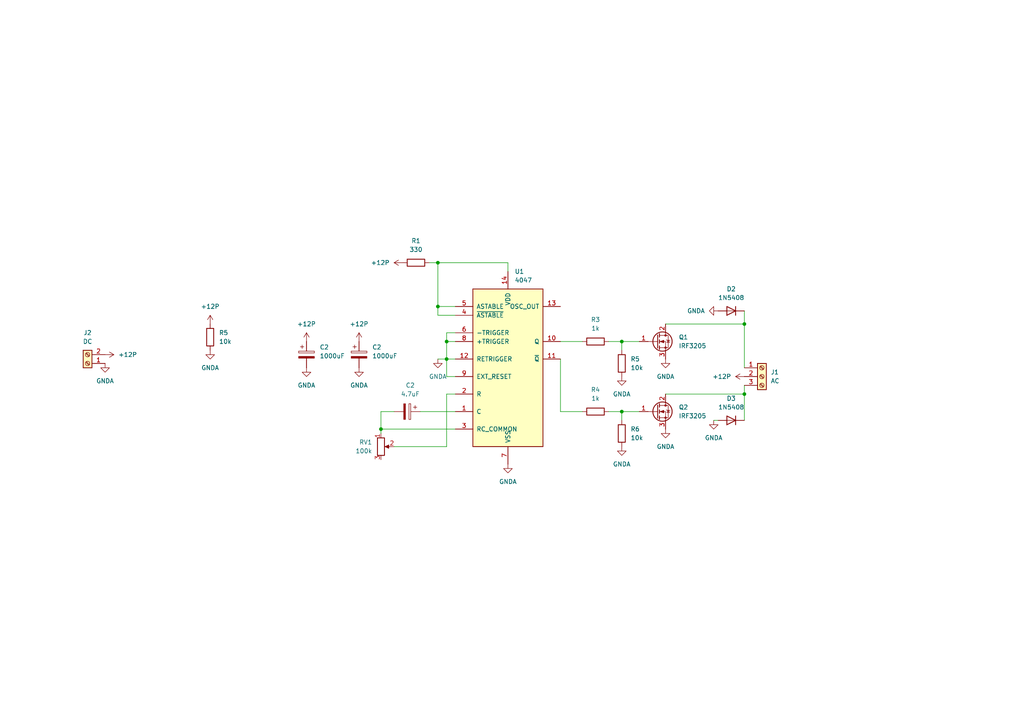
<source format=kicad_sch>
(kicad_sch (version 20230121) (generator eeschema)
  (paper "A4")
  (lib_symbols
    (symbol "4xxx:4047" (pin_names (offset 1.016))
      (property "Reference" "U" (at -7.62 24.13 0))
      (property "Value" "4047" (at -7.62 -24.13 0))
      (symbol "4047_1_0"
        (pin input line (at -15.24 -12.7 0) (length 5.08) (name "C") (number "1"))
        (pin output line (at 15.24 7.62 180) (length 5.08) (name "Q") (number "10"))
        (pin output line (at 15.24 2.54 180) (length 5.08) (name "~{Q}") (number "11"))
        (pin input line (at -15.24 2.54 0) (length 5.08) (name "RETRIGGER") (number "12"))
        (pin output line (at 15.24 17.78 180) (length 5.08) (name "OSC_OUT") (number "13"))
        (pin power_in line (at 0 27.94 270) (length 5.08) (name "VDD") (number "14"))
        (pin input line (at -15.24 -7.62 0) (length 5.08) (name "R") (number "2"))
        (pin input line (at -15.24 -17.78 0) (length 5.08) (name "RC_COMMON") (number "3"))
        (pin input line (at -15.24 15.24 0) (length 5.08) (name "~{ASTABLE}") (number "4"))
        (pin input line (at -15.24 17.78 0) (length 5.08) (name "ASTABLE") (number "5"))
        (pin input line (at -15.24 10.16 0) (length 5.08) (name "-TRIGGER") (number "6"))
        (pin power_in line (at 0 -27.94 90) (length 5.08) (name "VSS") (number "7"))
        (pin input line (at -15.24 7.62 0) (length 5.08) (name "+TRIGGER") (number "8"))
        (pin input line (at -15.24 -2.54 0) (length 5.08) (name "EXT_RESET") (number "9"))
      )
      (symbol "4047_1_1"
        (rectangle (start -10.16 22.86) (end 10.16 -22.86) (stroke (width 0.254)) (fill (type background)))
      )
    )
    (symbol "Connector:Screw_Terminal_01x02" (pin_names (offset 1.016) hide)
      (property "Reference" "J" (at 0 2.54 0))
      (property "Value" "Screw_Terminal_01x02" (at 0 -5.08 0))
      (symbol "Screw_Terminal_01x02_1_1"
        (rectangle (start -1.27 1.27) (end 1.27 -3.81) (stroke (width 0.254)) (fill (type background)))
        (circle (center 0 -2.54) (radius 0.635) (stroke (width 0.1524)))
        (polyline (pts (xy -0.5334 -2.2098) (xy 0.3302 -3.048)) (stroke (width 0.1524)))
        (polyline (pts (xy -0.5334 0.3302) (xy 0.3302 -0.508)) (stroke (width 0.1524)))
        (polyline (pts (xy -0.3556 -2.032) (xy 0.508 -2.8702)) (stroke (width 0.1524)))
        (polyline (pts (xy -0.3556 0.508) (xy 0.508 -0.3302)) (stroke (width 0.1524)))
        (circle (center 0 0) (radius 0.635) (stroke (width 0.1524)))
        (pin passive line (at -5.08 0 0) (length 3.81) (name "Pin_1") (number "1"))
        (pin passive line (at -5.08 -2.54 0) (length 3.81) (name "Pin_2") (number "2"))
      )
    )
    (symbol "Connector:Screw_Terminal_01x03" (pin_names (offset 1.016) hide)
      (property "Reference" "J" (at 0 5.08 0))
      (property "Value" "Screw_Terminal_01x03" (at 0 -5.08 0))
      (symbol "Screw_Terminal_01x03_1_1"
        (rectangle (start -1.27 3.81) (end 1.27 -3.81) (stroke (width 0.254)) (fill (type background)))
        (circle (center 0 -2.54) (radius 0.635) (stroke (width 0.1524)))
        (polyline (pts (xy -0.5334 -2.2098) (xy 0.3302 -3.048)) (stroke (width 0.1524)))
        (polyline (pts (xy -0.5334 0.3302) (xy 0.3302 -0.508)) (stroke (width 0.1524)))
        (polyline (pts (xy -0.5334 2.8702) (xy 0.3302 2.032)) (stroke (width 0.1524)))
        (polyline (pts (xy -0.3556 -2.032) (xy 0.508 -2.8702)) (stroke (width 0.1524)))
        (polyline (pts (xy -0.3556 0.508) (xy 0.508 -0.3302)) (stroke (width 0.1524)))
        (polyline (pts (xy -0.3556 3.048) (xy 0.508 2.2098)) (stroke (width 0.1524)))
        (circle (center 0 0) (radius 0.635) (stroke (width 0.1524)))
        (circle (center 0 2.54) (radius 0.635) (stroke (width 0.1524)))
        (pin passive line (at -5.08 2.54 0) (length 3.81) (name "Pin_1") (number "1"))
        (pin passive line (at -5.08 0 0) (length 3.81) (name "Pin_2") (number "2"))
        (pin passive line (at -5.08 -2.54 0) (length 3.81) (name "Pin_3") (number "3"))
      )
    )
    (symbol "Device:C_Polarized" (pin_numbers hide) (pin_names (offset 0.254))
      (property "Reference" "C" (at 0.635 2.54 0))
      (property "Value" "C_Polarized" (at 0.635 -2.54 0))
      (symbol "C_Polarized_0_1"
        (rectangle (start -2.286 0.508) (end 2.286 1.016))
        (polyline (pts (xy -1.778 2.286) (xy -0.762 2.286)))
        (polyline (pts (xy -1.27 2.794) (xy -1.27 1.778)))
        (rectangle (start 2.286 -0.508) (end -2.286 -1.016) (fill (type outline)))
      )
      (symbol "C_Polarized_1_1"
        (pin passive line (at 0 3.81 270) (length 2.794) (name "~") (number "1"))
        (pin passive line (at 0 -3.81 90) (length 2.794) (name "~") (number "2"))
      )
    )
    (symbol "Device:R" (pin_numbers hide) (pin_names (offset 0))
      (property "Reference" "R" (at 2.032 0 90))
      (property "Value" "R" (at 0 0 90))
      (symbol "R_0_1"
        (rectangle (start -1.016 -2.54) (end 1.016 2.54) (stroke (width 0.254)))
      )
      (symbol "R_1_1"
        (pin passive line (at 0 3.81 270) (length 1.27) (name "~") (number "1"))
        (pin passive line (at 0 -3.81 90) (length 1.27) (name "~") (number "2"))
      )
    )
    (symbol "Device:R_Potentiometer" (pin_names (offset 1.016) hide)
      (property "Reference" "RV" (at -4.445 0 90))
      (property "Value" "R_Potentiometer" (at -2.54 0 90))
      (symbol "R_Potentiometer_0_1"
        (polyline (pts (xy 2.54 0) (xy 1.524 0)))
        (polyline (pts (xy 1.143 0) (xy 2.286 0.508) (xy 2.286 -0.508) (xy 1.143 0)) (fill (type outline)))
        (rectangle (start 1.016 2.54) (end -1.016 -2.54) (stroke (width 0.254)))
      )
      (symbol "R_Potentiometer_1_1"
        (pin passive line (at 0 3.81 270) (length 1.27) (name "1") (number "1"))
        (pin passive line (at 3.81 0 180) (length 1.27) (name "2") (number "2"))
        (pin passive line (at 0 -3.81 90) (length 1.27) (name "3") (number "3"))
      )
    )
    (symbol "Diode:1N5408" (pin_numbers hide) (pin_names hide)
      (property "Reference" "D" (at 0 2.54 0))
      (property "Value" "1N5408" (at 0 -2.54 0))
      (symbol "1N5408_0_1"
        (polyline (pts (xy -1.27 1.27) (xy -1.27 -1.27)) (stroke (width 0.254)))
        (polyline (pts (xy 1.27 0) (xy -1.27 0)))
        (polyline (pts (xy 1.27 1.27) (xy 1.27 -1.27) (xy -1.27 0) (xy 1.27 1.27)) (stroke (width 0.254)))
      )
      (symbol "1N5408_1_1"
        (pin passive line (at -3.81 0 0) (length 2.54) (name "K") (number "1"))
        (pin passive line (at 3.81 0 180) (length 2.54) (name "A") (number "2"))
      )
    )
    (symbol "Transistor_FET:IRF3205" (pin_names hide)
      (property "Reference" "Q" (at 6.35 1.905 0))
      (property "Value" "IRF3205" (at 6.35 0 0))
      (symbol "IRF3205_0_1"
        (polyline (pts (xy 0.254 0) (xy -2.54 0)))
        (polyline (pts (xy 0.254 1.905) (xy 0.254 -1.905)) (stroke (width 0.254)))
        (polyline (pts (xy 0.762 -1.27) (xy 0.762 -2.286)) (stroke (width 0.254)))
        (polyline (pts (xy 0.762 0.508) (xy 0.762 -0.508)) (stroke (width 0.254)))
        (polyline (pts (xy 0.762 2.286) (xy 0.762 1.27)) (stroke (width 0.254)))
        (polyline (pts (xy 2.54 2.54) (xy 2.54 1.778)))
        (polyline (pts (xy 2.54 -2.54) (xy 2.54 0) (xy 0.762 0)))
        (polyline (pts (xy 0.762 -1.778) (xy 3.302 -1.778) (xy 3.302 1.778) (xy 0.762 1.778)))
        (polyline (pts (xy 1.016 0) (xy 2.032 0.381) (xy 2.032 -0.381) (xy 1.016 0)) (fill (type outline)))
        (polyline (pts (xy 2.794 0.508) (xy 2.921 0.381) (xy 3.683 0.381) (xy 3.81 0.254)))
        (polyline (pts (xy 3.302 0.381) (xy 2.921 -0.254) (xy 3.683 -0.254) (xy 3.302 0.381)))
        (circle (center 1.651 0) (radius 2.794) (stroke (width 0.254)))
        (circle (center 2.54 -1.778) (radius 0.254) (fill (type outline)))
        (circle (center 2.54 1.778) (radius 0.254) (fill (type outline)))
      )
      (symbol "IRF3205_1_1"
        (pin input line (at -5.08 0 0) (length 2.54) (name "G") (number "1"))
        (pin passive line (at 2.54 5.08 270) (length 2.54) (name "D") (number "2"))
        (pin passive line (at 2.54 -5.08 90) (length 2.54) (name "S") (number "3"))
      )
    )
    (symbol "power:+12P" (power) (pin_names (offset 0))
      (property "Value" "+12P" (at 0 3.556 0))
      (symbol "+12P_0_1"
        (polyline (pts (xy -0.762 1.27) (xy 0 2.54)))
        (polyline (pts (xy 0 0) (xy 0 2.54)))
        (polyline (pts (xy 0 2.54) (xy 0.762 1.27)))
      )
      (symbol "+12P_1_1"
        (pin power_in line (at 0 0 90) (length 0) hide (name "+12P") (number "1"))
      )
    )
    (symbol "power:GNDA" (power) (pin_names (offset 0))
      (property "Value" "GNDA" (at 0 -3.81 0))
      (symbol "GNDA_0_1"
        (polyline (pts (xy 0 0) (xy 0 -1.27) (xy 1.27 -1.27) (xy 0 -2.54) (xy -1.27 -1.27) (xy 0 -1.27)))
      )
      (symbol "GNDA_1_1"
        (pin power_in line (at 0 0 270) (length 0) hide (name "GNDA") (number "1"))
      )
    )
  )
  (junction (at 127 76.2))
  (junction (at 180.34 99.06))
  (junction (at 180.34 119.38))
  (junction (at 215.9 114.3))
  (junction (at 129.54 99.06))
  (junction (at 129.54 104.14))
  (junction (at 215.9 93.98))
  (junction (at 127 88.9))
  (junction (at 110.49 124.46))
  (wire (pts (xy 215.9 93.98) (xy 193.04 93.98)))
  (wire (pts (xy 132.08 99.06) (xy 129.54 99.06)))
  (wire (pts (xy 176.53 119.38) (xy 180.34 119.38)))
  (wire (pts (xy 180.34 99.06) (xy 180.34 101.6)))
  (wire (pts (xy 127 76.2) (xy 127 88.9)))
  (wire (pts (xy 132.08 109.22) (xy 129.54 109.22)))
  (wire (pts (xy 129.54 96.52) (xy 129.54 99.06)))
  (wire (pts (xy 180.34 119.38) (xy 180.34 121.92)))
  (wire (pts (xy 208.28 121.92) (xy 207.01 121.92)))
  (wire (pts (xy 114.3 129.54) (xy 129.54 129.54)))
  (wire (pts (xy 162.56 104.14) (xy 162.56 119.38)))
  (wire (pts (xy 129.54 99.06) (xy 129.54 104.14)))
  (wire (pts (xy 110.49 124.46) (xy 132.08 124.46)))
  (wire (pts (xy 121.92 119.38) (xy 132.08 119.38)))
  (wire (pts (xy 129.54 129.54) (xy 129.54 114.3)))
  (wire (pts (xy 215.9 114.3) (xy 193.04 114.3)))
  (wire (pts (xy 147.32 76.2) (xy 127 76.2)))
  (wire (pts (xy 110.49 124.46) (xy 110.49 119.38)))
  (wire (pts (xy 110.49 125.73) (xy 110.49 124.46)))
  (wire (pts (xy 129.54 104.14) (xy 132.08 104.14)))
  (wire (pts (xy 162.56 119.38) (xy 168.91 119.38)))
  (wire (pts (xy 215.9 90.17) (xy 215.9 93.98)))
  (wire (pts (xy 176.53 99.06) (xy 180.34 99.06)))
  (wire (pts (xy 215.9 121.92) (xy 215.9 114.3)))
  (wire (pts (xy 132.08 96.52) (xy 129.54 96.52)))
  (wire (pts (xy 124.46 76.2) (xy 127 76.2)))
  (wire (pts (xy 215.9 111.76) (xy 215.9 114.3)))
  (wire (pts (xy 127 104.14) (xy 129.54 104.14)))
  (wire (pts (xy 127 88.9) (xy 132.08 88.9)))
  (wire (pts (xy 127 91.44) (xy 132.08 91.44)))
  (wire (pts (xy 129.54 109.22) (xy 129.54 104.14)))
  (wire (pts (xy 129.54 114.3) (xy 132.08 114.3)))
  (wire (pts (xy 127 88.9) (xy 127 91.44)))
  (wire (pts (xy 110.49 119.38) (xy 114.3 119.38)))
  (wire (pts (xy 180.34 119.38) (xy 185.42 119.38)))
  (wire (pts (xy 162.56 99.06) (xy 168.91 99.06)))
  (wire (pts (xy 147.32 78.74) (xy 147.32 76.2)))
  (wire (pts (xy 215.9 106.68) (xy 215.9 93.98)))
  (wire (pts (xy 180.34 99.06) (xy 185.42 99.06)))
  (symbol (lib_id "Device:R") (at 180.34 105.41 180) (unit 1)
    (property "Reference" "R5" (at 182.88 104.14 0) (effects (justify right)))
    (property "Value" "10k" (at 182.88 106.68 0) (effects (justify right)))
    (property "Footprint" "Resistor_THT:R_Axial_DIN0207_L6.3mm_D2.5mm_P7.62mm_Horizontal" (effects hide))
    (instances (project "inversor" (path "" (reference "R5") (unit 1)) (path "" (reference "R27") (unit 1))))
  )
  (symbol (lib_id "Device:C_Polarized") (at 104.14 102.87 0) (unit 1)
    (property "Reference" "C2" (at 107.95 100.711 0) (effects (justify left)))
    (property "Value" "1000uF" (at 107.95 103.251 0) (effects (justify left)))
    (property "Footprint" "Capacitor_THT:CP_Radial_D10.0mm_P5.00mm" (effects hide))
    (instances (project "inversor" (path "" (reference "C2") (unit 1)) (path "" (reference "C12") (unit 1))))
  )
  (symbol (lib_id "power:GNDA") (at 193.04 124.46 0) (unit 1)
    (property "Reference" "#PWR048" (effects hide))
    (property "Value" "GNDA" (at 193.04 129.54 0))
  )
  (symbol (lib_id "Connector:Screw_Terminal_01x02") (at 25.4 105.41 180) (unit 1)
    (property "Reference" "J2" (at 25.4 96.52 0))
    (property "Value" "DC" (at 25.4 99.06 0))
    (property "Footprint" "TerminalBlock:TerminalBlock_bornier-2_P5.08mm" (effects hide))
    (instances (project "inversor" (path "" (reference "J2") (unit 1)) (path "" (reference "J7") (unit 1))))
  )
  (symbol (lib_id "Transistor_FET:IRF3205") (at 190.5 99.06 0) (unit 1)
    (property "Reference" "Q1" (at 196.85 97.79 0) (effects (justify left)))
    (property "Value" "IRF3205" (at 196.85 100.33 0) (effects (justify left)))
    (property "Footprint" "Package_TO_SOT_THT:TO-220-3_Vertical" (effects hide))
    (property "Datasheet" "http://www.irf.com/product-info/datasheets/data/irf3205.pdf" (effects hide))
    (instances (project "inversor" (path "" (reference "Q1") (unit 1)) (path "" (reference "Q4") (unit 1))))
  )
  (symbol (lib_id "Device:C_Polarized") (at 118.11 119.38 270) (unit 1)
    (property "Reference" "C2" (at 118.999 111.76 90))
    (property "Value" "4.7uF" (at 118.999 114.3 90))
    (property "Footprint" "Capacitor_THT:CP_Radial_D5.0mm_P2.50mm" (effects hide))
    (instances (project "inversor" (path "" (reference "C2") (unit 1)) (path "" (reference "C11") (unit 1))))
  )
  (symbol (lib_id "Device:R") (at 60.96 97.79 180) (unit 1)
    (property "Reference" "R5" (at 63.5 96.52 0) (effects (justify right)))
    (property "Value" "10k" (at 63.5 99.06 0) (effects (justify right)))
    (property "Footprint" "Resistor_THT:R_Axial_DIN0207_L6.3mm_D2.5mm_P7.62mm_Horizontal" (effects hide))
    (instances (project "inversor" (path "" (reference "R5") (unit 1)) (path "" (reference "R17") (unit 1))))
  )
  (symbol (lib_id "Device:R") (at 172.72 99.06 90) (unit 1)
    (property "Reference" "R3" (at 172.72 92.71 90))
    (property "Value" "1k" (at 172.72 95.25 90))
    (property "Footprint" "Resistor_THT:R_Axial_DIN0207_L6.3mm_D2.5mm_P7.62mm_Horizontal" (effects hide))
    (instances (project "inversor" (path "" (reference "R3") (unit 1)) (path "" (reference "R19") (unit 1))))
  )
  (symbol (lib_id "power:GNDA") (at 193.04 104.14 0) (unit 1)
    (property "Reference" "#PWR043" (effects hide))
    (property "Value" "GNDA" (at 193.04 109.22 0))
  )
  (symbol (lib_id "power:GNDA") (at 208.28 90.17 270) (unit 1)
    (property "Reference" "#PWR037" (effects hide))
    (property "Value" "GNDA" (at 204.47 90.17 90) (effects (justify right)))
  )
  (symbol (lib_id "power:+12P") (at 116.84 76.2 90) (unit 1)
    (property "Reference" "#PWR045" (effects hide))
    (property "Value" "+12P" (at 113.03 76.2 90) (effects (justify left)))
  )
  (symbol (lib_id "Connector:Screw_Terminal_01x03") (at 220.98 109.22 0) (unit 1)
    (property "Reference" "J1" (at 223.52 107.95 0) (effects (justify left)))
    (property "Value" "AC" (at 223.52 110.49 0) (effects (justify left)))
    (property "Footprint" "TerminalBlock:TerminalBlock_bornier-3_P5.08mm" (effects hide))
    (instances (project "inversor" (path "" (reference "J1") (unit 1)) (path "" (reference "J8") (unit 1))))
  )
  (symbol (lib_id "power:GNDA") (at 147.32 134.62 0) (unit 1)
    (property "Reference" "#PWR040" (effects hide))
    (property "Value" "GNDA" (at 147.32 139.7 0))
  )
  (symbol (lib_id "power:+12P") (at 88.9 99.06 0) (unit 1)
    (property "Reference" "#PWR029" (effects hide))
    (property "Value" "+12P" (at 88.9 93.98 0))
  )
  (symbol (lib_id "power:GNDA") (at 207.01 121.92 0) (unit 1)
    (property "Reference" "#PWR026" (effects hide))
    (property "Value" "GNDA" (at 207.01 127 0))
  )
  (symbol (lib_id "Diode:1N5408") (at 212.09 121.92 180) (unit 1)
    (property "Reference" "D3" (at 212.09 115.57 0))
    (property "Value" "1N5408" (at 212.09 118.11 0))
    (property "Footprint" "Diode_THT:D_DO-201AD_P15.24mm_Horizontal" (effects hide))
    (property "Datasheet" "http://www.vishay.com/docs/88516/1n5400.pdf" (effects hide))
    (property "Sim.Device" "D" (effects hide))
    (property "Sim.Pins" "1=K 2=A" (effects hide))
  )
  (symbol (lib_id "power:GNDA") (at 127 104.14 0) (unit 1)
    (property "Reference" "#PWR039" (effects hide))
    (property "Value" "GNDA" (at 127 109.22 0))
  )
  (symbol (lib_id "power:GNDA") (at 60.96 101.6 0) (unit 1)
    (property "Reference" "#PWR050" (effects hide))
    (property "Value" "GNDA" (at 60.96 106.68 0))
  )
  (symbol (lib_id "power:GNDA") (at 88.9 106.68 0) (unit 1)
    (property "Reference" "#PWR030" (effects hide))
    (property "Value" "GNDA" (at 88.9 111.76 0))
  )
  (symbol (lib_id "power:GNDA") (at 180.34 129.54 0) (unit 1)
    (property "Reference" "#PWR042" (effects hide))
    (property "Value" "GNDA" (at 180.34 134.62 0))
  )
  (symbol (lib_id "Device:R") (at 120.65 76.2 90) (unit 1)
    (property "Reference" "R1" (at 120.65 69.85 90))
    (property "Value" "330" (at 120.65 72.39 90))
    (property "Footprint" "Resistor_THT:R_Axial_DIN0207_L6.3mm_D2.5mm_P7.62mm_Horizontal" (effects hide))
    (instances (project "inversor" (path "" (reference "R1") (unit 1)) (path "" (reference "R15") (unit 1))))
  )
  (symbol (lib_id "Device:R") (at 172.72 119.38 90) (unit 1)
    (property "Reference" "R4" (at 172.72 113.03 90))
    (property "Value" "1k" (at 172.72 115.57 90))
    (property "Footprint" "Resistor_THT:R_Axial_DIN0207_L6.3mm_D2.5mm_P7.62mm_Horizontal" (effects hide))
    (instances (project "inversor" (path "" (reference "R4") (unit 1)) (path "" (reference "R21") (unit 1))))
  )
  (symbol (lib_id "Device:C_Polarized") (at 88.9 102.87 0) (unit 1)
    (property "Reference" "C2" (at 92.71 100.711 0) (effects (justify left)))
    (property "Value" "1000uF" (at 92.71 103.251 0) (effects (justify left)))
    (property "Footprint" "Capacitor_THT:CP_Radial_D10.0mm_P5.00mm" (effects hide))
    (instances (project "inversor" (path "" (reference "C2") (unit 1)) (path "" (reference "C10") (unit 1))))
  )
  (symbol (lib_id "power:+12P") (at 104.14 99.06 0) (unit 1)
    (property "Reference" "#PWR044" (effects hide))
    (property "Value" "+12P" (at 104.14 93.98 0))
  )
  (symbol (lib_id "power:GNDA") (at 180.34 109.22 0) (unit 1)
    (property "Reference" "#PWR041" (effects hide))
    (property "Value" "GNDA" (at 180.34 114.3 0))
  )
  (symbol (lib_id "4xxx:4047") (at 147.32 106.68 0) (unit 1)
    (property "Reference" "U1" (at 149.2759 78.74 0) (effects (justify left)))
    (property "Value" "4047" (at 149.2759 81.28 0) (effects (justify left)))
    (property "Footprint" "Package_DIP:DIP-14_W7.62mm_LongPads" (effects hide))
    (property "Datasheet" "https://www.ti.com/lit/ds/symlink/cd4047b.pdf" (effects hide))
    (instances (project "inversor" (path "" (reference "U1") (unit 1)) (path "" (reference "U3") (unit 1))))
  )
  (symbol (lib_id "power:GNDA") (at 30.48 105.41 0) (unit 1)
    (property "Reference" "#PWR027" (effects hide))
    (property "Value" "GNDA" (at 30.48 110.49 0))
  )
  (symbol (lib_id "power:+12P") (at 215.9 109.22 90) (unit 1)
    (property "Reference" "#PWR047" (effects hide))
    (property "Value" "+12P" (at 212.09 109.22 90) (effects (justify left)))
  )
  (symbol (lib_id "power:GNDA") (at 104.14 106.68 0) (unit 1)
    (property "Reference" "#PWR038" (effects hide))
    (property "Value" "GNDA" (at 104.14 111.76 0))
  )
  (symbol (lib_id "Transistor_FET:IRF3205") (at 190.5 119.38 0) (unit 1)
    (property "Reference" "Q2" (at 196.85 118.11 0) (effects (justify left)))
    (property "Value" "IRF3205" (at 196.85 120.65 0) (effects (justify left)))
    (property "Footprint" "Package_TO_SOT_THT:TO-220-3_Vertical" (effects hide))
    (property "Datasheet" "http://www.irf.com/product-info/datasheets/data/irf3205.pdf" (effects hide))
    (instances (project "inversor" (path "" (reference "Q2") (unit 1)) (path "" (reference "Q5") (unit 1))))
  )
  (symbol (lib_id "Diode:1N5408") (at 212.09 90.17 180) (unit 1)
    (property "Reference" "D2" (at 212.09 83.82 0))
    (property "Value" "1N5408" (at 212.09 86.36 0))
    (property "Footprint" "Diode_THT:D_DO-201AD_P15.24mm_Horizontal" (effects hide))
    (property "Datasheet" "http://www.vishay.com/docs/88516/1n5400.pdf" (effects hide))
    (property "Sim.Device" "D" (effects hide))
    (property "Sim.Pins" "1=K 2=A" (effects hide))
  )
  (symbol (lib_id "power:+12P") (at 60.96 93.98 0) (unit 1)
    (property "Reference" "#PWR049" (effects hide))
    (property "Value" "+12P" (at 60.96 88.9 0))
  )
  (symbol (lib_id "power:+12P") (at 30.48 102.87 270) (unit 1)
    (property "Reference" "#PWR046" (effects hide))
    (property "Value" "+12P" (at 34.29 102.87 90) (effects (justify left)))
  )
  (symbol (lib_id "Device:R_Potentiometer") (at 110.49 129.54 0) (unit 1)
    (property "Reference" "RV1" (at 107.95 128.27 0) (effects (justify right)))
    (property "Value" "100k" (at 107.95 130.81 0) (effects (justify right)))
    (property "Footprint" "Potentiometer_THT:Potentiometer_Runtron_RM-065_Vertical" (effects hide))
    (instances (project "inversor" (path "" (reference "RV1") (unit 1)) (path "" (reference "RV2") (unit 1))))
  )
  (symbol (lib_id "Device:R") (at 180.34 125.73 180) (unit 1)
    (property "Reference" "R6" (at 182.88 124.46 0) (effects (justify right)))
    (property "Value" "10k" (at 182.88 127 0) (effects (justify right)))
    (property "Footprint" "Resistor_THT:R_Axial_DIN0207_L6.3mm_D2.5mm_P7.62mm_Horizontal" (effects hide))
    (instances (project "inversor" (path "" (reference "R6") (unit 1)) (path "" (reference "R28") (unit 1))))
  )
)
</source>
